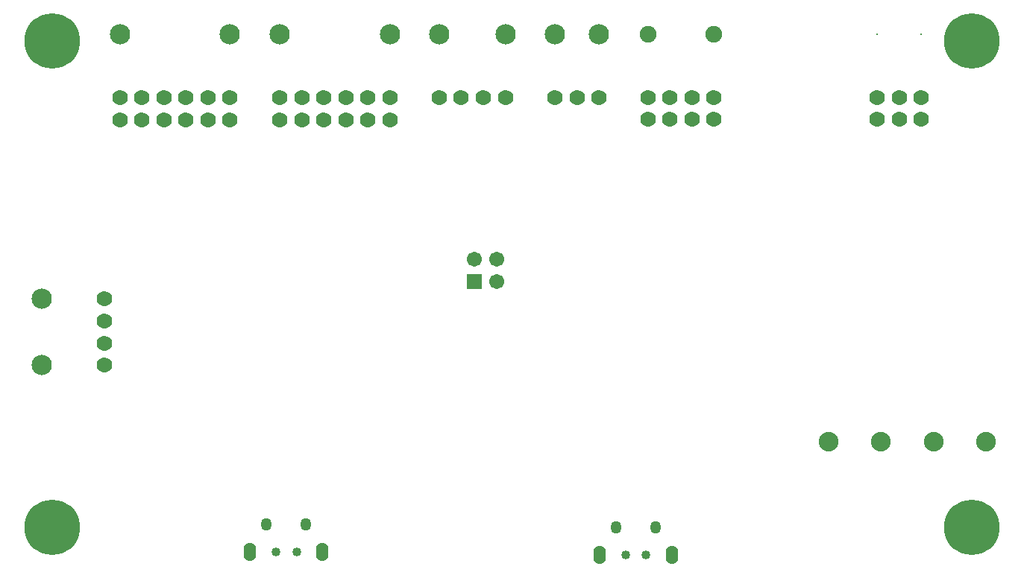
<source format=gbs>
G04*
G04 #@! TF.GenerationSoftware,Altium Limited,Altium Designer,18.1.9 (240)*
G04*
G04 Layer_Color=16711935*
%FSLAX25Y25*%
%MOIN*%
G70*
G01*
G75*
%ADD89O,0.04934X0.05721*%
%ADD90O,0.05623X0.08280*%
%ADD91C,0.06706*%
%ADD92R,0.06706X0.06706*%
%ADD93C,0.09068*%
%ADD94C,0.06942*%
%ADD95C,0.08800*%
%ADD96C,0.00800*%
%ADD97C,0.07493*%
%ADD98C,0.24816*%
%ADD99C,0.04000*%
D89*
X461610Y117303D02*
D03*
X444091D02*
D03*
X305333Y118581D02*
D03*
X287813D02*
D03*
D90*
X468943Y105000D02*
D03*
X436758D02*
D03*
X312665Y106278D02*
D03*
X280480D02*
D03*
D91*
X390823Y237252D02*
D03*
Y227252D02*
D03*
X380823Y237252D02*
D03*
D92*
Y227252D02*
D03*
D93*
X222287Y338000D02*
D03*
X271500D02*
D03*
X365000D02*
D03*
X394528D02*
D03*
X187350Y190000D02*
D03*
Y219528D02*
D03*
X416709Y338000D02*
D03*
X436394D02*
D03*
X343000D02*
D03*
X293787D02*
D03*
D94*
X271500Y309555D02*
D03*
X261658D02*
D03*
X251815D02*
D03*
X241972D02*
D03*
X232130D02*
D03*
X222287D02*
D03*
X271500Y299713D02*
D03*
X261658D02*
D03*
X251815D02*
D03*
X241972D02*
D03*
X232130D02*
D03*
X222287D02*
D03*
X560815Y309732D02*
D03*
X580500Y299890D02*
D03*
X570657D02*
D03*
X560815D02*
D03*
X570657Y309732D02*
D03*
X580500D02*
D03*
X365000Y309850D02*
D03*
X374843D02*
D03*
X384685D02*
D03*
X394528D02*
D03*
X215500Y190000D02*
D03*
Y199843D02*
D03*
Y209685D02*
D03*
Y219528D02*
D03*
X416709Y309850D02*
D03*
X426551D02*
D03*
X436394D02*
D03*
X293787Y299713D02*
D03*
X303630D02*
D03*
X313472D02*
D03*
X323315D02*
D03*
X333157D02*
D03*
X343000D02*
D03*
X293787Y309555D02*
D03*
X303630D02*
D03*
X313472D02*
D03*
X323315D02*
D03*
X333157D02*
D03*
X343000D02*
D03*
X487850Y299890D02*
D03*
Y309732D02*
D03*
X458323D02*
D03*
X478008Y299890D02*
D03*
X468165D02*
D03*
X458323D02*
D03*
X468165Y309732D02*
D03*
X478008D02*
D03*
D95*
X539000Y155537D02*
D03*
X562500Y155612D02*
D03*
X586000Y155537D02*
D03*
X609500Y155596D02*
D03*
D96*
X580500Y338000D02*
D03*
X560815D02*
D03*
D97*
X487850D02*
D03*
X458323D02*
D03*
D98*
X603000Y335000D02*
D03*
X192000D02*
D03*
X603037Y117500D02*
D03*
X192000D02*
D03*
D99*
X301500Y106278D02*
D03*
X292000D02*
D03*
X457500Y105000D02*
D03*
X448323D02*
D03*
M02*

</source>
